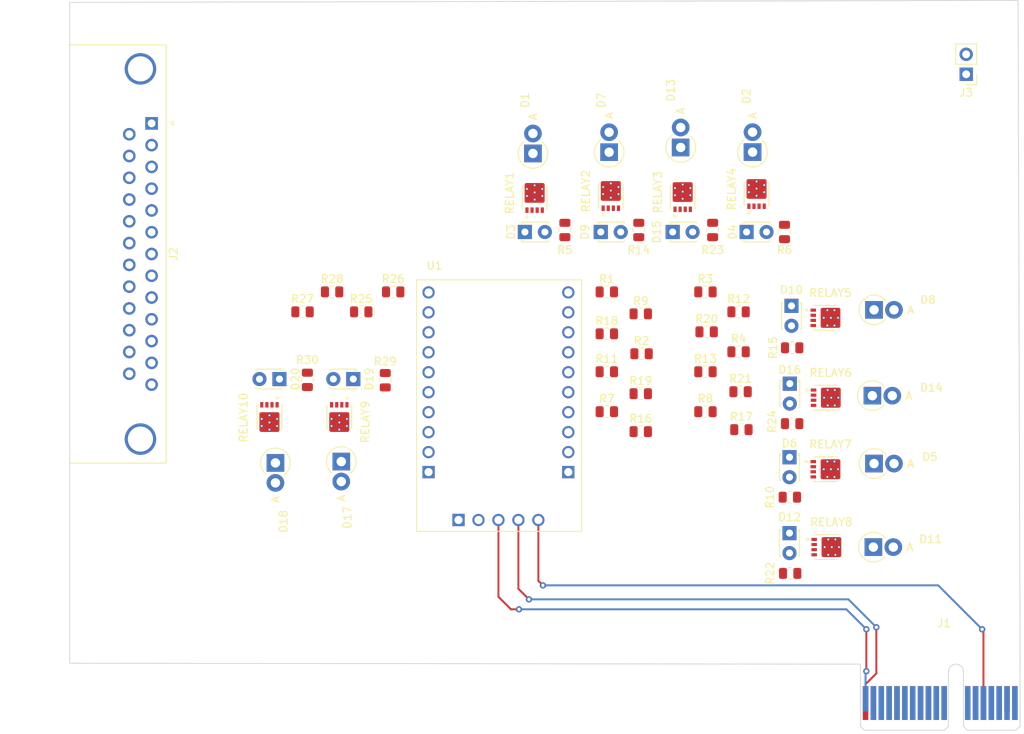
<source format=kicad_pcb>
(kicad_pcb (version 20211014) (generator pcbnew)
  (layers (0 "F.Cu" signal) (31 "B.Cu" signal) (34 "B.Paste" user) (35 "F.Paste" user) (36 "B.SilkS" user "B.Silkscreen") (37 "F.SilkS" user "F.Silkscreen") (38 "B.Mask" user) (39 "F.Mask" user) (44 "Edge.Cuts" user))
  (net 0 "")
  (net 1 "RELAY1")
  (net 2 "/-7V")
  (net 3 "RELAY4")
  (net 4 "GND")
  (net 5 "Net-(D3-Pad2)")
  (net 6 "Net-(D4-Pad2)")
  (net 7 "RELAY7")
  (net 8 "Net-(D6-Pad2)")
  (net 9 "RELAY2")
  (net 10 "RELAY5")
  (net 11 "Net-(D9-Pad2)")
  (net 12 "Net-(D10-Pad2)")
  (net 13 "RELAY8")
  (net 14 "Net-(D12-Pad2)")
  (net 15 "RELAY3")
  (net 16 "RELAY6")
  (net 17 "Net-(D15-Pad2)")
  (net 18 "Net-(D16-Pad2)")
  (net 19 "Net-(D19-Pad2)")
  (net 20 "Net-(D20-Pad2)")
  (net 25 "EXTRA")
  (net 26 "+5V")
  (net 30 "RL INT")
  (net 32 "+3.3V")
  (net 34 "Net-(Q1-Pad4)")
  (net 35 "Net-(Q2-Pad4)")
  (net 36 "Net-(Q3-Pad4)")
  (net 37 "Net-(Q4-Pad4)")
  (net 38 "Net-(Q5-Pad4)")
  (net 39 "Net-(Q6-Pad4)")
  (net 40 "Net-(Q7-Pad4)")
  (net 41 "Net-(Q8-Pad4)")
  (net 42 "Net-(Q9-Pad4)")
  (net 43 "Net-(Q10-Pad4)")
  (net 44 "SIGNAL1")
  (net 45 "SIGNAL4")
  (net 46 "SIGNAL7")
  (net 47 "SIGNAL2")
  (net 48 "SIGNAL5")
  (net 49 "SIGNAL8")
  (net 50 "SIGNAL3")
  (net 51 "SIGNAL6")
  (net 52 "SIGNAL10")
  (net 53 "SIGNAL9")
  (net 60 "RL SDA")
  (net 61 "RL SCL")
  (net 81 "RELAY9")
  (net 82 "RELAY10")
  (footprint "Diode_THT:D_DO-15_P2.54mm_Vertical_AnodeUp" (layer "F.Cu") (at 183.134 78.994)
    (fp_text reference "D14")
    (fp_text value "D_Small")
  )
  (footprint "LED_THT:LED_D1.8mm_W3.3mm_H2.4mm" (layer "F.Cu") (at 138.933 58.166)
    (fp_text reference "D3")
    (fp_text value "LED")
  )
  (footprint "Diode_THT:D_DO-15_P2.54mm_Vertical_AnodeUp" (layer "F.Cu") (at 149.647 48.015 90)
    (fp_text reference "D7")
    (fp_text value "D_Small")
  )
  (footprint "LED_THT:LED_D1.8mm_W3.3mm_H2.4mm" (layer "F.Cu") (at 148.585 58.166)
    (fp_text reference "D9")
    (fp_text value "LED")
  )
  (footprint "Resistor_SMD:R_0805_2012Metric" (layer "F.Cu") (at 161.9015 81.026)
    (fp_text reference "R8")
    (fp_text value "10k")
  )
  (footprint "PCF875BreakoutBoard5:PCF8575_Breakout" (layer "F.Cu") (at 125.1485 96.2515)
    (fp_text reference "U1")
    (fp_text value "PCF8575_Breakout")
  )
  (footprint "Resistor_SMD:R_0805_2012Metric" (layer "F.Cu") (at 153.67 68.58)
    (fp_text reference "R9")
    (fp_text value "100")
  )
  (footprint "Resistor_SMD:R_0805_2012Metric" (layer "F.Cu") (at 110.6405 68.326)
    (fp_text reference "R27")
    (fp_text value "10k")
  )
  (footprint "Resistor_SMD:R_0805_2012Metric" (layer "F.Cu") (at 118.11 68.326)
    (fp_text reference "R25")
    (fp_text value "100")
  )
  (footprint "LED_THT:LED_D1.8mm_W3.3mm_H2.4mm" (layer "F.Cu") (at 107.706 76.876 180)
    (fp_text reference "D20")
    (fp_text value "LED")
  )
  (footprint "MOSFET:TRANS_CSD25402Q3AT" (layer "F.Cu") (at 168.402 53.34 90)
    (fp_text reference "RELAY4")
    (fp_text value "CSD25402Q3AT" hide)
  )
  (footprint "Resistor_SMD:R_0805_2012Metric" (layer "F.Cu") (at 162.814 57.912 -90)
    (fp_text reference "R23")
    (fp_text value "330")
  )
  (footprint "Resistor_SMD:R_0805_2012Metric" (layer "F.Cu") (at 161.9015 65.786)
    (fp_text reference "R3")
    (fp_text value "10k")
  )
  (footprint "Resistor_SMD:R_0805_2012Metric" (layer "F.Cu") (at 153.67 78.74)
    (fp_text reference "R19")
    (fp_text value "100")
  )
  (footprint "MOSFET:TRANS_CSD25402Q3AT" (layer "F.Cu") (at 177.206 79.248)
    (fp_text reference "RELAY6")
    (fp_text value "CSD25402Q3AT" hide)
  )
  (footprint "Resistor_SMD:R_0805_2012Metric" (layer "F.Cu") (at 171.958 58.166 -90)
    (fp_text reference "R6")
    (fp_text value "330")
  )
  (footprint "MOSFET:TRANS_CSD25402Q3AT" (layer "F.Cu") (at 140.167 53.839 90)
    (fp_text reference "RELAY1")
    (fp_text value "CSD25402Q3AT" hide)
  )
  (footprint "Diode_THT:D_DO-15_P2.54mm_Vertical_AnodeUp" (layer "F.Cu") (at 115.57 87.376 -90)
    (fp_text reference "D17")
    (fp_text value "D_Small")
  )
  (footprint "LED_THT:LED_D1.8mm_W3.3mm_H2.4mm" (layer "F.Cu") (at 167.132 58.166)
    (fp_text reference "D4")
    (fp_text value "LED")
  )
  (footprint "Resistor_SMD:R_0805_2012Metric" (layer "F.Cu") (at 162.052 70.866)
    (fp_text reference "R20")
    (fp_text value "10k")
  )
  (footprint "Resistor_SMD:R_0805_2012Metric" (layer "F.Cu") (at 172.934 82.55 180)
    (fp_text reference "R24")
    (fp_text value "330")
  )
  (footprint "Resistor_SMD:R_0805_2012Metric" (layer "F.Cu") (at 144.018 57.912 -90)
    (fp_text reference "R5")
    (fp_text value "330")
  )
  (footprint "MOSFET:TRANS_CSD25402Q3AT" (layer "F.Cu") (at 177.166 69.088)
    (fp_text reference "RELAY5")
    (fp_text value "CSD25402Q3AT" hide)
  )
  (footprint "Resistor_SMD:R_0805_2012Metric" (layer "F.Cu") (at 111.257 76.9795 90)
    (fp_text reference "R30")
    (fp_text value "330")
  )
  (footprint "Resistor_SMD:R_0805_2012Metric" (layer "F.Cu") (at 149.352 65.786)
    (fp_text reference "R1")
    (fp_text value "100")
  )
  (footprint "Diode_THT:D_DO-15_P2.54mm_Vertical_AnodeUp" (layer "F.Cu") (at 167.894 48.006 90)
    (fp_text reference "D2")
    (fp_text value "D_Small")
  )
  (footprint "Resistor_SMD:R_0805_2012Metric" (layer "F.Cu") (at 166.116 73.406)
    (fp_text reference "R4")
    (fp_text value "10k")
  )
  (footprint "MOSFET:TRANS_CSD25402Q3AT" (layer "F.Cu") (at 177.283 98.257)
    (fp_text reference "RELAY8")
    (fp_text value "CSD25402Q3AT" hide)
  )
  (footprint "Diode_THT:D_DO-15_P2.54mm_Vertical_AnodeUp" (layer "F.Cu") (at 139.954 48.174 90)
    (fp_text reference "D1")
    (fp_text value "D_Small")
  )
  (footprint "MOSFET:TRANS_CSD25402Q3AT" (layer "F.Cu") (at 106.431 81.702 -90)
    (fp_text reference "RELAY10")
    (fp_text value "CSD25402Q3AT" hide)
  )
  (footprint "Diode_THT:D_DO-15_P2.54mm_Vertical_AnodeUp" (layer "F.Cu") (at 158.75 47.412 90)
    (fp_text reference "D13")
    (fp_text value "D_Small")
  )
  (footprint "LED_THT:LED_D1.8mm_W3.3mm_H2.4mm" (layer "F.Cu") (at 172.848 67.564 -90)
    (fp_text reference "D10")
    (fp_text value "LED")
  )
  (footprint "LED_THT:LED_D1.8mm_W3.3mm_H2.4mm" (layer "F.Cu") (at 172.594 86.822 -90)
    (fp_text reference "D6")
    (fp_text value "LED")
  )
  (footprint "Resistor_SMD:R_0805_2012Metric" (layer "F.Cu") (at 121.163 77.0265 90)
    (fp_text reference "R29")
    (fp_text value "330")
  )
  (footprint "LED_THT:LED_D1.8mm_W3.3mm_H2.4mm" (layer "F.Cu") (at 117.099 76.876 180)
    (fp_text reference "D19")
    (fp_text value "LED")
  )
  (footprint "Resistor_SMD:R_0805_2012Metric" (layer "F.Cu") (at 149.352 81.026)
    (fp_text reference "R7")
    (fp_text value "100")
  )
  (footprint "Connector_PCBEdge:BUS_PCIexpress_x1" (layer "F.Cu") (at 182.27 118.098)
    (fp_text reference "J1")
    (fp_text value "PCIE_CONN")
    (fp_line (start 10.55 -4) (end 10.55 2.95) (layer "Edge.Cuts") (width 0.1))
    (fp_line (start 12.45 2.95) (end 12.95 3.45) (layer "Edge.Cuts") (width 0.1))
    (fp_line (start -0.15 3.45) (end 10.05 3.45) (layer "Edge.Cuts") (width 0.1))
    (fp_line (start 19.65 2.95) (end 19.15 3.45) (layer "Edge.Cuts") (width 0.1))
    (fp_line (start -0.65 -4.95) (end -0.65 2.95) (layer "Edge.Cuts") (width 0.1))
    (fp_line (start 12.45 -4) (end 12.45 2.95) (layer "Edge.Cuts") (width 0.1))
    (fp_line (start -0.65 2.95) (end -0.15 3.45) (layer "Edge.Cuts") (width 0.1))
    (fp_line (start 19.65 -4.95) (end 19.65 2.95) (layer "Edge.Cuts") (width 0.1))
    (fp_line (start 12.95 3.45) (end 19.15 3.45) (layer "Edge.Cuts") (width 0.1))
    (fp_line (start 10.55 2.95) (end 10.05 3.45) (layer "Edge.Cuts") (width 0.1))
    (fp_arc (start 10.55 -4) (mid 11.5 -4.95) (end 12.45 -4) (layer "Edge.Cuts") (width 0.1))
  )
  (footprint "MOSFET:TRANS_CSD25402Q3AT" (layer "F.Cu") (at 159.004 53.731 90)
    (fp_text reference "RELAY3")
    (fp_text value "CSD25402Q3AT" hide)
  )
  (footprint "Resistor_SMD:R_0805_2012Metric" (layer "F.Cu") (at 166.37 78.486)
    (fp_text reference "R21")
    (fp_text value "10k")
  )
  (footprint "Resistor_SMD:R_0805_2012Metric" (layer "F.Cu") (at 172.934 72.898 180)
    (fp_text reference "R15")
    (fp_text value "330")
  )
  (footprint "Resistor_SMD:R_0805_2012Metric" (layer "F.Cu") (at 153.7735 73.66)
    (fp_text reference "R2")
    (fp_text value "100")
  )
  (footprint "Resistor_SMD:R_0805_2012Metric" (layer "F.Cu") (at 153.67 83.566)
    (fp_text reference "R16")
    (fp_text value "100")
  )
  (footprint "LED_THT:LED_D1.8mm_W3.3mm_H2.4mm" (layer "F.Cu") (at 172.634 77.465 -90)
    (fp_text reference "D16")
    (fp_text value "LED")
  )
  (footprint "Resistor_SMD:R_0805_2012Metric" (layer "F.Cu") (at 114.4035 65.786)
    (fp_text reference "R28")
    (fp_text value "10k")
  )
  (footprint "Diode_THT:D_DO-15_P2.54mm_Vertical_AnodeUp" (layer "F.Cu") (at 183.348 68.072)
    (fp_text reference "D8")
    (fp_text value "D_Small")
  )
  (footprint "Resistor_SMD:R_0805_2012Metric" (layer "F.Cu") (at 161.9015 75.946)
    (fp_text reference "R13")
    (fp_text value "10k")
  )
  (footprint "MOSFET:TRANS_CSD25402Q3AT" (layer "F.Cu") (at 115.316 81.702 -90)
    (fp_text reference "RELAY9")
    (fp_text value "CSD25402Q3AT" hide)
  )
  (footprint "Resistor_SMD:R_0805_2012Metric" (layer "F.Cu") (at 122.174 65.786)
    (fp_text reference "R26")
    (fp_text value "100")
  )
  (footprint "LED_THT:LED_D1.8mm_W3.3mm_H2.4mm" (layer "F.Cu") (at 157.729 58.166)
    (fp_text reference "D15")
    (fp_text value "LED")
  )
  (footprint "MOSFET:TRANS_CSD25402Q3AT" (layer "F.Cu") (at 149.86 53.594 90)
    (fp_text reference "RELAY2")
    (fp_text value "CSD25402Q3AT" hide)
  )
  (footprint "Connector_PinHeader_2.54mm:PinHeader_1x02_P2.54mm_Vertical" (layer "F.Cu") (at 195.072 38.1 180)
    (fp_text reference "J3")
    (fp_text value "12V LiPO")
  )
  (footprint "Resistor_SMD:R_0805_2012Metric" (layer "F.Cu") (at 166.116 68.326)
    (fp_text reference "R12")
    (fp_text value "10k")
  )
  (footprint "Resistor_SMD:R_0805_2012Metric" (layer "F.Cu") (at 166.4735 83.312)
    (fp_text reference "R17")
    (fp_text value "10k")
  )
  (footprint "Connector_Dsub:DSUB-25_Male_Horizontal_P2.77x2.84mm_EdgePinOffset7.70mm_Housed_MountingHolesOffset9.12mm" (layer "F.Cu") (at 91.44 44.345 -90)
    (fp_text reference "J2")
    (fp_text value "DB25_Female")
  )
  (footprint "Diode_THT:D_DO-15_P2.54mm_Vertical_AnodeUp" (layer "F.Cu") (at 183.348 87.63)
    (fp_text reference "D5")
    (fp_text value "D_Small")
  )
  (footprint "LED_THT:LED_D1.8mm_W3.3mm_H2.4mm" (layer "F.Cu") (at 172.594 96.474 -90)
    (fp_text reference "D12")
    (fp_text value "LED")
  )
  (footprint "Resistor_SMD:R_0805_2012Metric" (layer "F.Cu") (at 149.352 75.946)
    (fp_text reference "R11")
    (fp_text value "100")
  )
  (footprint "Diode_THT:D_DO-15_P2.54mm_Vertical_AnodeUp" (layer "F.Cu") (at 183.262 98.257)
    (fp_text reference "D11")
    (fp_text value "D_Small")
  )
  (footprint "Resistor_SMD:R_0805_2012Metric" (layer "F.Cu") (at 153.416 57.912 -90)
    (fp_text reference "R14")
    (fp_text value "330")
  )
  (footprint "MOSFET:TRANS_CSD25402Q3AT" (layer "F.Cu") (at 177.166 88.351)
    (fp_text reference "RELAY7")
    (fp_text value "CSD25402Q3AT" hide)
  )
  (footprint "Resistor_SMD:R_0805_2012Metric" (layer "F.Cu") (at 172.68 101.6 180)
    (fp_text reference "R22")
    (fp_text value "330")
  )
  (footprint "Resistor_SMD:R_0805_2012Metric" (layer "F.Cu") (at 172.64 91.907 180)
    (fp_text reference "R10")
    (fp_text value "330")
  )
  (footprint "Diode_THT:D_DO-15_P2.54mm_Vertical_AnodeUp" (layer "F.Cu") (at 107.193 87.544 -90)
    (fp_text reference "D18")
    (fp_text value "D_Small")
  )
  (footprint "Resistor_SMD:R_0805_2012Metric" (layer "F.Cu") (at 149.352 71.12)
    (fp_text reference "R18")
    (fp_text value "100")
  )
  (gr_line (start 201.676 28.702) (end 201.93 113.284) (layer "Edge.Cuts") (width 0.1))
  (gr_line (start 181.62 113.148) (end 81.026 113.03) (layer "Edge.Cuts") (width 0.1))
  (gr_line (start 81.026 28.956) (end 81.026 113.03) (layer "Edge.Cuts") (width 0.1))
  (gr_line (start 201.676 28.702) (end 81.026 28.956) (layer "Edge.Cuts") (width 0.1))
  (segment (start 197.27 108.878) (end 197.27 118.098) (width 0.25) (layer "F.Cu") (net 30))
  (segment (start 140.6449 102.5449) (end 141.224 103.124) (width 0.25) (layer "F.Cu") (net 30))
  (segment (start 140.6449 94.8075) (end 140.6449 102.5449) (width 0.25) (layer "F.Cu") (net 30))
  (segment (start 197.104 108.712) (end 197.27 108.878) (width 0.25) (layer "F.Cu") (net 30))
  (via (at 197.104 108.712) (size 0.8) (drill 0.4) (layers "F.Cu" "B.Cu") (net 30))
  (via (at 141.224 103.124) (size 0.8) (drill 0.4) (layers "F.Cu" "B.Cu") (net 30))
  (segment (start 141.224 103.124) (end 191.516 103.124) (width 0.25) (layer "B.Cu") (net 30))
  (segment (start 191.516 103.124) (end 197.104 108.712) (width 0.25) (layer "B.Cu") (net 30))
  (segment (start 135.5649 94.8075) (end 135.5649 104.5769) (width 0.25) (layer "F.Cu") (net 60))
  (segment (start 182.372 108.712) (end 182.372 114.046) (width 0.25) (layer "F.Cu") (net 60))
  (segment (start 137.16 106.172) (end 138.176 106.172) (width 0.25) (layer "F.Cu") (net 60))
  (segment (start 135.5649 104.5769) (end 137.16 106.172) (width 0.25) (layer "F.Cu") (net 60))
  (via (at 138.176 106.172) (size 0.8) (drill 0.4) (layers "F.Cu" "B.Cu") (net 60))
  (via (at 182.372 108.712) (size 0.8) (drill 0.4) (layers "F.Cu" "B.Cu") (net 60))
  (via (at 182.372 114.046) (size 0.8) (drill 0.4) (layers "F.Cu" "B.Cu") (net 60))
  (segment (start 182.27 114.148) (end 182.27 117.548) (width 0.25) (layer "B.Cu") (net 60))
  (segment (start 138.176 106.172) (end 179.832 106.172) (width 0.25) (layer "B.Cu") (net 60))
  (segment (start 182.372 114.046) (end 182.27 114.148) (width 0.25) (layer "B.Cu") (net 60))
  (segment (start 179.832 106.172) (end 182.372 108.712) (width 0.25) (layer "B.Cu") (net 60))
  (segment (start 138.1049 103.5609) (end 139.446 104.902) (width 0.25) (layer "F.Cu") (net 61))
  (segment (start 182.27 118.098) (end 182.27 115.698) (width 0.25) (layer "F.Cu") (net 61))
  (segment (start 138.1049 94.8075) (end 138.1049 103.5609) (width 0.25) (layer "F.Cu") (net 61))
  (segment (start 183.642 114.326) (end 183.642 108.458) (width 0.25) (layer "F.Cu") (net 61))
  (segment (start 182.27 115.698) (end 183.642 114.326) (width 0.25) (layer "F.Cu") (net 61))
  (via (at 139.446 104.902) (size 0.8) (drill 0.4) (layers "F.Cu" "B.Cu") (net 61))
  (via (at 183.642 108.458) (size 0.8) (drill 0.4) (layers "F.Cu" "B.Cu") (net 61))
  (segment (start 139.446 104.902) (end 180.086 104.902) (width 0.25) (layer "B.Cu") (net 61))
  (segment (start 180.086 104.902) (end 183.642 108.458) (width 0.25) (layer "B.Cu") (net 61))
)
</source>
